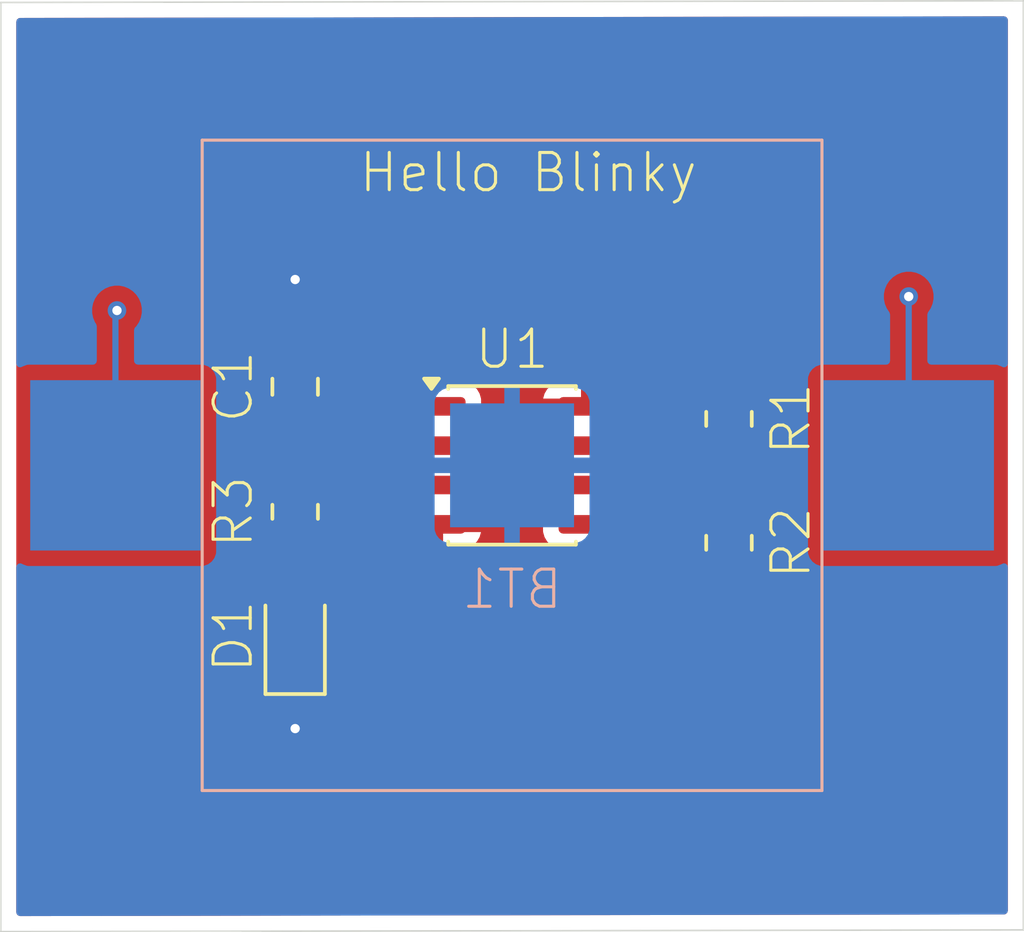
<source format=kicad_pcb>
(kicad_pcb (version 20241229) (generator "pcbnew") (generator_version "9.0")
  (layers (0 "F.Cu" signal) (2 "B.Cu" signal) (13 "F.Paste" user) (15 "B.Paste" user) (5 "F.SilkS" user "F.Silkscreen") (7 "B.SilkS" user "B.Silkscreen") (1 "F.Mask" user) (3 "B.Mask" user) (25 "Edge.Cuts" user))
  (net 0 "")
  (net 1 "/VDD")
  (net 2 "GND")
  (net 3 "/THR")
  (net 4 "Net-(D1-A)")
  (net 5 "/DIS")
  (net 6 "Net-(U1-OUT)")
  (footprint "Resistor_SMD:R_0805_2012Metric_Pad1.20x1.40mm_HandSolder" (layer "F.Cu") (at 152.5 96.5 -90)
    (property "Reference" "R2" (at 0 -2 90) (layer "F.SilkS") (effects (font (size 1.2 1.2) (thickness 0.1))))
    (property "Value" "470K" (hide yes))
    (fp_line (start -0.227064 0.735) (end 0.227064 0.735) (stroke (width 0.12)) (layer "F.SilkS"))
    (fp_line (start -0.227064 -0.735) (end 0.227064 -0.735) (stroke (width 0.12)) (layer "F.SilkS"))
    (pad "1" smd roundrect (at -1 0 270) (size 1.2 1.4) (layers "F.Cu" "F.Mask" "F.Paste") (roundrect_rratio 0.208333) (net 5 "/DIS"))
    (pad "2" smd roundrect (at 1 0 270) (size 1.2 1.4) (layers "F.Cu" "F.Mask" "F.Paste") (roundrect_rratio 0.208333) (net 3 "/THR"))
  )
  (footprint "Resistor_SMD:R_0805_2012Metric_Pad1.20x1.40mm_HandSolder" (layer "F.Cu") (at 138.5 95.5 -90)
    (property "Reference" "R3" (at 0 2 90) (layer "F.SilkS") (effects (font (size 1.2 1.2) (thickness 0.1))))
    (property "Value" "1K" (hide yes))
    (fp_line (start -0.227064 0.735) (end 0.227064 0.735) (stroke (width 0.12)) (layer "F.SilkS"))
    (fp_line (start -0.227064 -0.735) (end 0.227064 -0.735) (stroke (width 0.12)) (layer "F.SilkS"))
    (pad "1" smd roundrect (at -1 0 270) (size 1.2 1.4) (layers "F.Cu" "F.Mask" "F.Paste") (roundrect_rratio 0.208333) (net 6 "Net-(U1-OUT)"))
    (pad "2" smd roundrect (at 1 0 270) (size 1.2 1.4) (layers "F.Cu" "F.Mask" "F.Paste") (roundrect_rratio 0.208333) (net 4 "Net-(D1-A)"))
  )
  (footprint "Package_SO:SOIC-8_3.9x4.9mm_P1.27mm" (layer "F.Cu") (at 145.5 94)
    (property "Reference" "U1" (at 0 -3.75 0) (layer "F.SilkS") (effects (font (size 1.2 1.2) (thickness 0.1))))
    (property "Value" "7555" (hide yes))
    (fp_line (start -2.06 -2.56) (end 2.06 -2.56) (stroke (width 0.12)) (layer "F.SilkS"))
    (fp_line (start -2.06 -2.465) (end -2.06 -2.56) (stroke (width 0.12)) (layer "F.SilkS"))
    (fp_line (start -2.06 2.56) (end -2.06 2.465) (stroke (width 0.12)) (layer "F.SilkS"))
    (fp_line (start 2.06 -2.56) (end 2.06 -2.465) (stroke (width 0.12)) (layer "F.SilkS"))
    (fp_line (start 2.06 2.465) (end 2.06 2.56) (stroke (width 0.12)) (layer "F.SilkS"))
    (fp_line (start 2.06 2.56) (end -2.06 2.56) (stroke (width 0.12)) (layer "F.SilkS"))
    (fp_poly (pts (xy -2.6 -2.47) (xy -2.84 -2.8) (xy -2.36 -2.8)) (stroke (width 0.12)) (fill yes) (layer "F.SilkS"))
    (pad "1" smd roundrect (at -2.475 -1.905) (size 1.95 0.6) (layers "F.Cu" "F.Mask" "F.Paste") (net 2 "GND"))
    (pad "2" smd roundrect (at -2.475 -0.635) (size 1.95 0.6) (layers "F.Cu" "F.Mask" "F.Paste") (net 3 "/THR"))
    (pad "3" smd roundrect (at -2.475 0.635) (size 1.95 0.6) (layers "F.Cu" "F.Mask" "F.Paste") (net 6 "Net-(U1-OUT)"))
    (pad "4" smd roundrect (at -2.475 1.905) (size 1.95 0.6) (layers "F.Cu" "F.Mask" "F.Paste") (net 1 "/VDD"))
    (pad "5" smd roundrect (at 2.475 1.905) (size 1.95 0.6) (layers "F.Cu" "F.Mask" "F.Paste"))
    (pad "6" smd roundrect (at 2.475 0.635) (size 1.95 0.6) (layers "F.Cu" "F.Mask" "F.Paste") (net 3 "/THR"))
    (pad "7" smd roundrect (at 2.475 -0.635) (size 1.95 0.6) (layers "F.Cu" "F.Mask" "F.Paste") (net 5 "/DIS"))
    (pad "8" smd roundrect (at 2.475 -1.905) (size 1.95 0.6) (layers "F.Cu" "F.Mask" "F.Paste") (net 1 "/VDD"))
  )
  (footprint "LED_SMD:LED_0805_2012Metric_Pad1.15x1.40mm_HandSolder" (layer "F.Cu") (at 138.5 99.525 90)
    (property "Reference" "D1" (at 0 -2 90) (layer "F.SilkS") (effects (font (size 1.2 1.2) (thickness 0.1))))
    (property "Value" "LED" (hide yes))
    (fp_line (start 1 -0.96) (end -1.86 -0.96) (stroke (width 0.12)) (layer "F.SilkS"))
    (fp_line (start -1.86 -0.96) (end -1.86 0.96) (stroke (width 0.12)) (layer "F.SilkS"))
    (fp_line (start -1.86 0.96) (end 1 0.96) (stroke (width 0.12)) (layer "F.SilkS"))
    (pad "1" smd roundrect (at -1.025 0 90) (size 1.15 1.4) (layers "F.Cu" "F.Mask" "F.Paste") (roundrect_rratio 0.217391) (net 2 "GND"))
    (pad "2" smd roundrect (at 1.025 0 90) (size 1.15 1.4) (layers "F.Cu" "F.Mask" "F.Paste") (roundrect_rratio 0.217391) (net 4 "Net-(D1-A)"))
  )
  (footprint "Capacitor_SMD:C_0805_2012Metric_Pad1.18x1.45mm_HandSolder" (layer "F.Cu") (at 138.5 91.4625 90)
    (property "Reference" "C1" (at 0 -2 90) (layer "F.SilkS") (effects (font (size 1.2 1.2) (thickness 0.1))))
    (property "Value" "1U" (hide yes))
    (fp_line (start -0.261252 -0.735) (end 0.261252 -0.735) (stroke (width 0.12)) (layer "F.SilkS"))
    (fp_line (start -0.261252 0.735) (end 0.261252 0.735) (stroke (width 0.12)) (layer "F.SilkS"))
    (pad "1" smd roundrect (at -1.0375 0 90) (size 1.175 1.45) (layers "F.Cu" "F.Mask" "F.Paste") (roundrect_rratio 0.212766) (net 3 "/THR"))
    (pad "2" smd roundrect (at 1.0375 0 90) (size 1.175 1.45) (layers "F.Cu" "F.Mask" "F.Paste") (roundrect_rratio 0.212766) (net 2 "GND"))
  )
  (footprint "Resistor_SMD:R_0805_2012Metric_Pad1.20x1.40mm_HandSolder" (layer "F.Cu") (at 152.5 92.5 -90)
    (property "Reference" "R1" (at 0 -2 90) (layer "F.SilkS") (effects (font (size 1.2 1.2) (thickness 0.1))))
    (property "Value" "1K" (hide yes))
    (fp_line (start -0.227064 0.735) (end 0.227064 0.735) (stroke (width 0.12)) (layer "F.SilkS"))
    (fp_line (start -0.227064 -0.735) (end 0.227064 -0.735) (stroke (width 0.12)) (layer "F.SilkS"))
    (pad "1" smd roundrect (at -1 0 270) (size 1.2 1.4) (layers "F.Cu" "F.Mask" "F.Paste") (roundrect_rratio 0.208333) (net 1 "/VDD"))
    (pad "2" smd roundrect (at 1 0 270) (size 1.2 1.4) (layers "F.Cu" "F.Mask" "F.Paste") (roundrect_rratio 0.208333) (net 5 "/DIS"))
  )
  (footprint "GettingToBlinky5.0:S8211-46R" (layer "B.Cu") (at 145.5 94 180)
    (property "Reference" "BT1" (at 0 -4 0) (layer "B.SilkS") (effects (font (size 1.2 1.2) (thickness 0.1)) (justify mirror)))
    (property "Value" "CR2032" (hide yes))
    (fp_line (start 10 10.5) (end 10 -10.5) (stroke (width 0.1)) (layer "B.SilkS"))
    (fp_line (start 10 -10.5) (end -10 -10.5) (stroke (width 0.1)) (layer "B.SilkS"))
    (fp_line (start -10 10.5) (end 10 10.5) (stroke (width 0.1)) (layer "B.SilkS"))
    (fp_line (start -10 -10.5) (end -10 10.5) (stroke (width 0.1)) (layer "B.SilkS"))
    (pad "1" smd rect (at -12.8 0 180) (size 5.5 5.5) (layers "B.Cu" "B.Mask" "B.Paste") (net 1 "/VDD"))
    (pad "1" smd rect (at 12.8 0 180) (size 5.5 5.5) (layers "B.Cu" "B.Mask" "B.Paste") (net 1 "/VDD"))
    (pad "2" smd rect (at 0 0 180) (size 4 4) (layers "B.Cu" "B.Mask" "B.Paste") (net 2 "GND"))
  )
  (gr_line (start 162 109) (end 162 79) (stroke (width 0.05)) (layer "Edge.Cuts"))
  (gr_line (start 129 109.055) (end 162 109) (stroke (width 0.05)) (layer "Edge.Cuts"))
  (gr_line (start 129 79.055) (end 129 109.055) (stroke (width 0.05)) (layer "Edge.Cuts"))
  (gr_line (start 162 79) (end 129 79.055) (stroke (width 0.05)) (layer "Edge.Cuts"))
  (gr_text "Hello Blinky" (at 140.5 85.25 0) (layer "F.SilkS") (effects (font (size 1.2 1.2) (thickness 0.1)) (justify left bottom)))
  (segment (start 147.975 92.095) (end 150.105 92.095) (width 0.2) (layer "F.Cu") (net 1))
  (segment (start 150.105 92.095) (end 150.7 91.5) (width 0.2) (layer "F.Cu") (net 1))
  (segment (start 150.7 91.5) (end 152.5 91.5) (width 0.2) (layer "F.Cu") (net 1))
  (via (at 132.75 89) (size 0.6) (drill 0.3) (layers "F.Cu" "B.Cu") (net 1))
  (via (at 158.3 88.55) (size 0.6) (drill 0.3) (layers "F.Cu" "B.Cu") (net 1))
  (segment (start 158.25 88.5) (end 158.3 88.55) (width 0.2) (layer "B.Cu") (net 1))
  (segment (start 132.7 94) (end 132.7 89.05) (width 0.2) (layer "B.Cu") (net 1))
  (segment (start 158.3 94) (end 158.3 88.55) (width 0.2) (layer "B.Cu") (net 1))
  (segment (start 132.7 89.05) (end 132.75 89) (width 0.2) (layer "B.Cu") (net 1))
  (segment (start 138.5 90.425) (end 138.5 88) (width 0.2) (layer "F.Cu") (net 2))
  (segment (start 139.525 90.425) (end 141.2 92.1) (width 0.2) (layer "F.Cu") (net 2))
  (segment (start 138.5 100.55) (end 138.5 102.5) (width 0.2) (layer "F.Cu") (net 2))
  (segment (start 143.02 92.1) (end 143.025 92.095) (width 0.2) (layer "F.Cu") (net 2))
  (segment (start 138.5 90.425) (end 139.525 90.425) (width 0.2) (layer "F.Cu") (net 2))
  (segment (start 141.2 92.1) (end 143.02 92.1) (width 0.2) (layer "F.Cu") (net 2))
  (via (at 138.5 88) (size 0.6) (drill 0.3) (layers "F.Cu" "B.Cu") (net 2))
  (via (at 138.5 102.5) (size 0.6) (drill 0.3) (layers "F.Cu" "B.Cu") (net 2))
  (segment (start 150.6 96.285001) (end 150.6 96.3) (width 0.2) (layer "F.Cu") (net 3))
  (segment (start 144.9325 93.365) (end 146.2025 94.635) (width 0.2) (layer "F.Cu") (net 3))
  (segment (start 150.6 96.3) (end 151.8 97.5) (width 0.2) (layer "F.Cu") (net 3))
  (segment (start 138.5 92.5) (end 140.1 92.5) (width 0.2) (layer "F.Cu") (net 3))
  (segment (start 148.949999 94.635) (end 150.6 96.285001) (width 0.2) (layer "F.Cu") (net 3))
  (segment (start 146.2025 94.635) (end 147.975 94.635) (width 0.2) (layer "F.Cu") (net 3))
  (segment (start 143.025 93.365) (end 144.9325 93.365) (width 0.2) (layer "F.Cu") (net 3))
  (segment (start 147.975 94.635) (end 148.949999 94.635) (width 0.2) (layer "F.Cu") (net 3))
  (segment (start 140.965 93.365) (end 143.025 93.365) (width 0.2) (layer "F.Cu") (net 3))
  (segment (start 140.1 92.5) (end 140.965 93.365) (width 0.2) (layer "F.Cu") (net 3))
  (segment (start 151.8 97.5) (end 152.5 97.5) (width 0.2) (layer "F.Cu") (net 3))
  (segment (start 138.5 96.5) (end 138.5 98.5) (width 0.2) (layer "F.Cu") (net 4))
  (segment (start 152.365 93.365) (end 152.5 93.5) (width 0.2) (layer "F.Cu") (net 5))
  (segment (start 152.5 93.5) (end 152.5 95.5) (width 0.2) (layer "F.Cu") (net 5))
  (segment (start 147.975 93.365) (end 152.365 93.365) (width 0.2) (layer "F.Cu") (net 5))
  (segment (start 138.5 94.5) (end 138.7 94.5) (width 0.2) (layer "F.Cu") (net 6))
  (segment (start 138.7 94.5) (end 138.835 94.635) (width 0.2) (layer "F.Cu") (net 6))
  (segment (start 138.835 94.635) (end 143.025 94.635) (width 0.2) (layer "F.Cu") (net 6))
  (zone (net 1) (net_name "/VDD") (layer "F.Cu") (connect_pads (clearance 0.5)) (min_thickness 0.25) (fill yes (thermal_gap 0.5) (thermal_bridge_width 0.5))
    (polygon (pts (xy 129 79) (xy 162 79) (xy 162 109) (xy 129 109)))
  )
  (zone (net 2) (net_name "GND") (layer "B.Cu") (connect_pads (clearance 0.5)) (min_thickness 0.25) (fill yes (thermal_gap 0.5) (thermal_bridge_width 0.5))
    (polygon (pts (xy 129 79) (xy 162 79) (xy 162 109) (xy 129 109)))
  )
)
</source>
